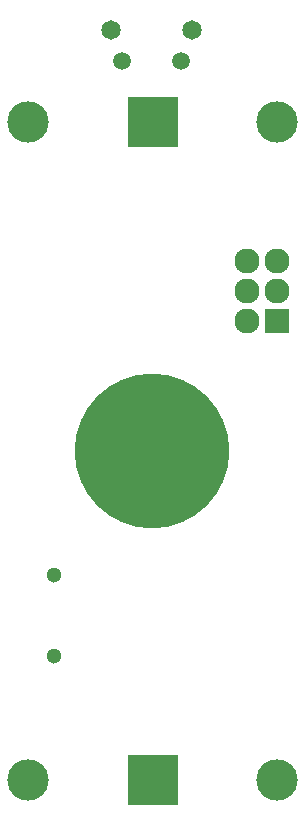
<source format=gbs>
G04 #@! TF.GenerationSoftware,KiCad,Pcbnew,(2017-01-24 revision 0b6147e)-makepkg*
G04 #@! TF.CreationDate,2017-06-09T22:20:51-07:00*
G04 #@! TF.ProjectId,POVSpinner,504F565370696E6E65722E6B69636164,rev?*
G04 #@! TF.FileFunction,Soldermask,Bot*
G04 #@! TF.FilePolarity,Negative*
%FSLAX46Y46*%
G04 Gerber Fmt 4.6, Leading zero omitted, Abs format (unit mm)*
G04 Created by KiCad (PCBNEW (2017-01-24 revision 0b6147e)-makepkg) date 06/09/17 22:20:51*
%MOMM*%
%LPD*%
G01*
G04 APERTURE LIST*
%ADD10C,0.100000*%
%ADD11R,4.360000X4.360000*%
%ADD12C,3.500000*%
%ADD13C,1.300000*%
%ADD14C,1.504000*%
%ADD15C,1.650006*%
%ADD16C,13.100000*%
%ADD17R,2.127200X2.127200*%
%ADD18O,2.127200X2.127200*%
G04 APERTURE END LIST*
D10*
D11*
X124600000Y-58200000D03*
D12*
X135155000Y-58200000D03*
X114045000Y-58200000D03*
X135155000Y-113900000D03*
X114045000Y-113900000D03*
D11*
X124600000Y-113900000D03*
D13*
X116242740Y-96593020D03*
X116242740Y-103393020D03*
D14*
X127002060Y-53070000D03*
X122002060Y-53070000D03*
D15*
X121070000Y-50400000D03*
X127930000Y-50400000D03*
D16*
X124550000Y-86080000D03*
D17*
X135090000Y-75050000D03*
D18*
X132550000Y-75050000D03*
X135090000Y-72510000D03*
X132550000Y-72510000D03*
X135090000Y-69970000D03*
X132550000Y-69970000D03*
M02*

</source>
